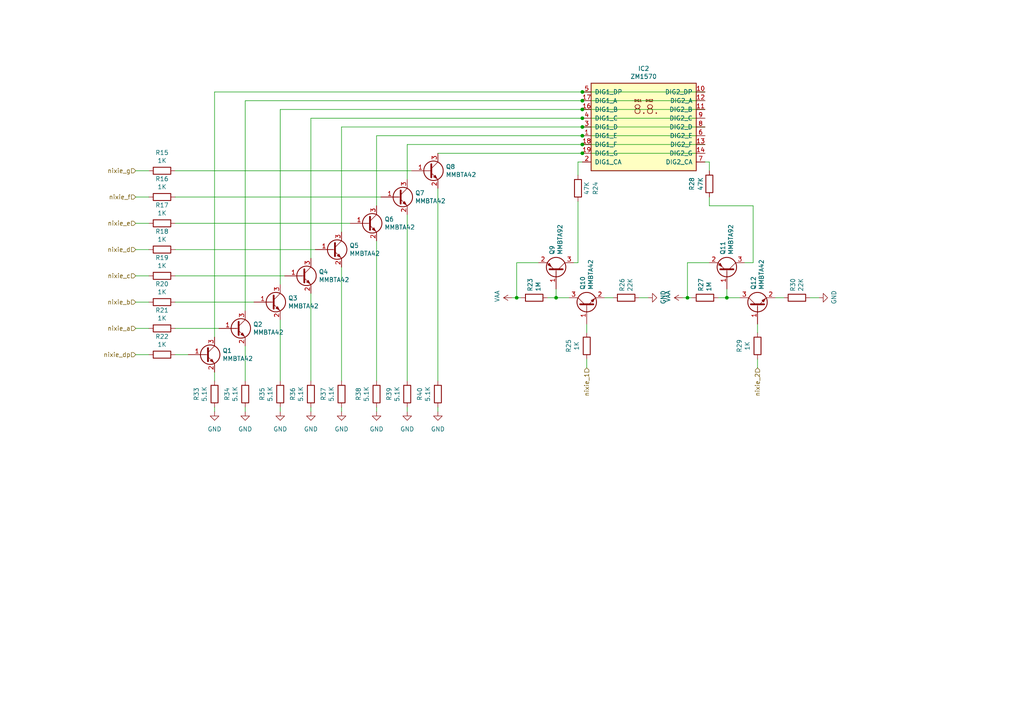
<source format=kicad_sch>
(kicad_sch (version 20211123) (generator eeschema)
  (paper "A4")
  (lib_symbols
    (symbol "Device:R" (pin_numbers hide) (pin_names (offset 0))
      (property "Reference" "R" (at 2.032 0 90))
      (property "Value" "R" (at 0 0 90))
      (symbol "R_0_1"
        (rectangle (start -1.016 -2.54) (end 1.016 2.54) (stroke (width 0.254)))
      )
      (symbol "R_1_1"
        (pin passive line (at 0 3.81 270) (length 1.27) (name "~") (number "1"))
        (pin passive line (at 0 -3.81 90) (length 1.27) (name "~") (number "2"))
      )
    )
    (symbol "Transistor_BJT:MMBTA42" (pin_names (offset 0) hide)
      (property "Reference" "Q" (at 5.08 1.905 0))
      (property "Value" "MMBTA42" (at 5.08 0 0))
      (symbol "MMBTA42_0_1"
        (polyline (pts (xy 0 0) (xy 0.635 0)))
        (polyline (pts (xy 0.635 0.635) (xy 2.54 2.54)))
        (polyline (pts (xy 0.635 -0.635) (xy 2.54 -2.54) (xy 2.54 -2.54)))
        (polyline (pts (xy 0.635 1.905) (xy 0.635 -1.905) (xy 0.635 -1.905)) (stroke (width 0.508)))
        (polyline (pts (xy 1.27 -1.778) (xy 1.778 -1.27) (xy 2.286 -2.286) (xy 1.27 -1.778) (xy 1.27 -1.778)) (fill (type outline)))
        (circle (center 1.27 0) (radius 2.8194) (stroke (width 0.254)))
      )
      (symbol "MMBTA42_1_1"
        (pin input line (at -5.08 0 0) (length 5.08) (name "B") (number "1"))
        (pin passive line (at 2.54 -5.08 90) (length 2.54) (name "E") (number "2"))
        (pin passive line (at 2.54 5.08 270) (length 2.54) (name "C") (number "3"))
      )
    )
    (symbol "Transistor_BJT:MMBTA92" (pin_names (offset 0) hide)
      (property "Reference" "Q" (at 5.08 1.905 0))
      (property "Value" "MMBTA92" (at 5.08 0 0))
      (symbol "MMBTA92_0_1"
        (polyline (pts (xy 0 0) (xy 0.635 0)))
        (polyline (pts (xy 2.54 -2.54) (xy 0.635 -0.635)))
        (polyline (pts (xy 2.54 2.54) (xy 0.635 0.635)))
        (polyline (pts (xy 0.635 1.905) (xy 0.635 -1.905) (xy 0.635 -1.905)) (stroke (width 0.508)) (fill (type outline)))
        (polyline (pts (xy 1.905 -2.413) (xy 2.413 -1.905) (xy 1.397 -1.397) (xy 1.905 -2.413) (xy 1.905 -2.413)) (fill (type outline)))
        (circle (center 1.27 0) (radius 2.8194) (stroke (width 0.254)))
      )
      (symbol "MMBTA92_1_1"
        (pin input line (at -5.08 0 0) (length 5.08) (name "B") (number "1"))
        (pin passive line (at 2.54 -5.08 90) (length 2.54) (name "E") (number "2"))
        (pin passive line (at 2.54 5.08 270) (length 2.54) (name "C") (number "3"))
      )
    )
    (symbol "power:GND" (power) (pin_names (offset 0))
      (property "Value" "GND" (at 0 -3.81 0))
      (symbol "GND_0_1"
        (polyline (pts (xy 0 0) (xy 0 -1.27) (xy 1.27 -1.27) (xy 0 -2.54) (xy -1.27 -1.27) (xy 0 -1.27)))
      )
      (symbol "GND_1_1"
        (pin power_in line (at 0 0 270) (length 0) hide (name "GND") (number "1"))
      )
    )
    (symbol "power:VAA" (power) (pin_names (offset 0))
      (property "Value" "VAA" (at 0 3.81 0))
      (symbol "VAA_0_1"
        (polyline (pts (xy -0.762 1.27) (xy 0 2.54)))
        (polyline (pts (xy 0 0) (xy 0 2.54)))
        (polyline (pts (xy 0 2.54) (xy 0.762 1.27)))
      )
      (symbol "VAA_1_1"
        (pin power_in line (at 0 0 90) (length 0) hide (name "VAA") (number "1"))
      )
    )
    (symbol "riklib:ZM1570" (pin_names (offset 1.016))
      (property "Reference" "IC" (at -12.7 -12.7 0))
      (property "Value" "ZM1570" (at -11.43 15.24 0))
      (symbol "ZM1570_1_1"
        (rectangle (start -15.24 13.97) (end 15.24 -11.43) (stroke (width 0.254)) (fill (type background)))
        (text "8.8." (at 0.635 6.35 0) (effects (font (size 2.54 2.54))))
        (text "DIG1" (at -1.651 8.89 0) (effects (font (size 0.635 0.635))))
        (text "DIG2" (at 1.651 8.89 0) (effects (font (size 0.635 0.635))))
        (pin input line (at -17.78 -1.27 0) (length 2.54) (name "DIG1_E") (number "1"))
        (pin input line (at 17.78 11.43 180) (length 2.54) (name "DIG2_DP") (number "10"))
        (pin input line (at 17.78 6.35 180) (length 2.54) (name "DIG2_B") (number "11"))
        (pin input line (at 17.78 8.89 180) (length 2.54) (name "DIG2_A") (number "12"))
        (pin input line (at 17.78 -3.81 180) (length 2.54) (name "DIG2_F") (number "13"))
        (pin input line (at 17.78 -6.35 180) (length 2.54) (name "DIG2_G") (number "14"))
        (pin input line (at -17.78 6.35 0) (length 2.54) (name "DIG1_B") (number "16"))
        (pin input line (at -17.78 8.89 0) (length 2.54) (name "DIG1_A") (number "17"))
        (pin input line (at -17.78 -3.81 0) (length 2.54) (name "DIG1_F") (number "18"))
        (pin input line (at -17.78 -6.35 0) (length 2.54) (name "DIG1_G") (number "19"))
        (pin input line (at -17.78 -8.89 0) (length 2.54) (name "DIG1_CA") (number "2"))
        (pin input line (at -17.78 1.27 0) (length 2.54) (name "DIG1_D") (number "3"))
        (pin input line (at -17.78 3.81 0) (length 2.54) (name "DIG1_C") (number "4"))
        (pin input line (at -17.78 11.43 0) (length 2.54) (name "DIG1_DP") (number "5"))
        (pin input line (at 17.78 -1.27 180) (length 2.54) (name "DIG2_E") (number "6"))
        (pin input line (at 17.78 -8.89 180) (length 2.54) (name "DIG2_CA") (number "7"))
        (pin input line (at 17.78 1.27 180) (length 2.54) (name "DIG2_D") (number "8"))
        (pin input line (at 17.78 3.81 180) (length 2.54) (name "DIG2_C") (number "9"))
      )
    )
  )
  (junction (at 199.39 86.36))
  (junction (at 168.91 36.83))
  (junction (at 168.91 41.91))
  (junction (at 168.91 34.29))
  (junction (at 210.82 86.36))
  (junction (at 168.91 39.37))
  (junction (at 161.29 86.36))
  (junction (at 168.91 26.67))
  (junction (at 168.91 29.21))
  (junction (at 168.91 31.75))
  (junction (at 149.86 86.36))
  (junction (at 168.91 44.45))
  (wire (pts (xy 81.28 118.11) (xy 81.28 119.38)))
  (wire (pts (xy 81.28 31.75) (xy 168.91 31.75)))
  (wire (pts (xy 118.11 118.11) (xy 118.11 119.38)))
  (wire (pts (xy 39.37 80.01) (xy 43.18 80.01)))
  (wire (pts (xy 99.06 67.31) (xy 99.06 36.83)))
  (wire (pts (xy 71.12 110.49) (xy 71.12 100.33)))
  (wire (pts (xy 90.17 74.93) (xy 90.17 34.29)))
  (wire (pts (xy 205.74 59.69) (xy 205.74 57.15)))
  (wire (pts (xy 198.12 86.36) (xy 199.39 86.36)))
  (wire (pts (xy 43.18 64.77) (xy 39.37 64.77)))
  (wire (pts (xy 199.39 86.36) (xy 200.66 86.36)))
  (wire (pts (xy 168.91 44.45) (xy 204.47 44.45)))
  (wire (pts (xy 161.29 86.36) (xy 165.1 86.36)))
  (wire (pts (xy 219.71 96.52) (xy 219.71 93.98)))
  (wire (pts (xy 43.18 102.87) (xy 39.37 102.87)))
  (wire (pts (xy 168.91 46.99) (xy 167.64 46.99)))
  (wire (pts (xy 91.44 72.39) (xy 50.8 72.39)))
  (wire (pts (xy 62.23 110.49) (xy 62.23 107.95)))
  (wire (pts (xy 82.55 80.01) (xy 50.8 80.01)))
  (wire (pts (xy 62.23 26.67) (xy 168.91 26.67)))
  (wire (pts (xy 62.23 26.67) (xy 62.23 97.79)))
  (wire (pts (xy 118.11 110.49) (xy 118.11 62.23)))
  (wire (pts (xy 168.91 31.75) (xy 204.47 31.75)))
  (wire (pts (xy 167.64 58.42) (xy 167.64 76.2)))
  (wire (pts (xy 50.8 57.15) (xy 110.49 57.15)))
  (wire (pts (xy 71.12 90.17) (xy 71.12 29.21)))
  (wire (pts (xy 170.18 106.68) (xy 170.18 104.14)))
  (wire (pts (xy 215.9 76.2) (xy 218.44 76.2)))
  (wire (pts (xy 71.12 29.21) (xy 168.91 29.21)))
  (wire (pts (xy 158.75 86.36) (xy 161.29 86.36)))
  (wire (pts (xy 99.06 36.83) (xy 168.91 36.83)))
  (wire (pts (xy 109.22 110.49) (xy 109.22 69.85)))
  (wire (pts (xy 208.28 86.36) (xy 210.82 86.36)))
  (wire (pts (xy 127 44.45) (xy 168.91 44.45)))
  (wire (pts (xy 127 118.11) (xy 127 119.38)))
  (wire (pts (xy 90.17 118.11) (xy 90.17 119.38)))
  (wire (pts (xy 109.22 118.11) (xy 109.22 119.38)))
  (wire (pts (xy 224.79 86.36) (xy 227.33 86.36)))
  (wire (pts (xy 204.47 46.99) (xy 205.74 46.99)))
  (wire (pts (xy 39.37 57.15) (xy 43.18 57.15)))
  (wire (pts (xy 199.39 76.2) (xy 199.39 86.36)))
  (wire (pts (xy 90.17 110.49) (xy 90.17 85.09)))
  (wire (pts (xy 168.91 34.29) (xy 204.47 34.29)))
  (wire (pts (xy 175.26 86.36) (xy 177.8 86.36)))
  (wire (pts (xy 81.28 110.49) (xy 81.28 92.71)))
  (wire (pts (xy 50.8 49.53) (xy 119.38 49.53)))
  (wire (pts (xy 168.91 39.37) (xy 204.47 39.37)))
  (wire (pts (xy 127 110.49) (xy 127 54.61)))
  (wire (pts (xy 161.29 83.82) (xy 161.29 86.36)))
  (wire (pts (xy 205.74 49.53) (xy 205.74 46.99)))
  (wire (pts (xy 218.44 59.69) (xy 205.74 59.69)))
  (wire (pts (xy 71.12 118.11) (xy 71.12 119.38)))
  (wire (pts (xy 39.37 49.53) (xy 43.18 49.53)))
  (wire (pts (xy 118.11 41.91) (xy 118.11 52.07)))
  (wire (pts (xy 43.18 87.63) (xy 39.37 87.63)))
  (wire (pts (xy 210.82 86.36) (xy 214.63 86.36)))
  (wire (pts (xy 90.17 34.29) (xy 168.91 34.29)))
  (wire (pts (xy 62.23 118.11) (xy 62.23 119.38)))
  (wire (pts (xy 43.18 72.39) (xy 39.37 72.39)))
  (wire (pts (xy 99.06 118.11) (xy 99.06 119.38)))
  (wire (pts (xy 99.06 110.49) (xy 99.06 77.47)))
  (wire (pts (xy 166.37 76.2) (xy 167.64 76.2)))
  (wire (pts (xy 149.86 86.36) (xy 151.13 86.36)))
  (wire (pts (xy 118.11 41.91) (xy 168.91 41.91)))
  (wire (pts (xy 170.18 96.52) (xy 170.18 93.98)))
  (wire (pts (xy 73.66 87.63) (xy 50.8 87.63)))
  (wire (pts (xy 39.37 95.25) (xy 43.18 95.25)))
  (wire (pts (xy 156.21 76.2) (xy 149.86 76.2)))
  (wire (pts (xy 168.91 29.21) (xy 204.47 29.21)))
  (wire (pts (xy 149.86 76.2) (xy 149.86 86.36)))
  (wire (pts (xy 109.22 39.37) (xy 109.22 59.69)))
  (wire (pts (xy 54.61 102.87) (xy 50.8 102.87)))
  (wire (pts (xy 167.64 50.8) (xy 167.64 46.99)))
  (wire (pts (xy 205.74 76.2) (xy 199.39 76.2)))
  (wire (pts (xy 204.47 41.91) (xy 168.91 41.91)))
  (wire (pts (xy 81.28 31.75) (xy 81.28 82.55)))
  (wire (pts (xy 63.5 95.25) (xy 50.8 95.25)))
  (wire (pts (xy 109.22 39.37) (xy 168.91 39.37)))
  (wire (pts (xy 101.6 64.77) (xy 50.8 64.77)))
  (wire (pts (xy 168.91 36.83) (xy 204.47 36.83)))
  (wire (pts (xy 187.96 86.36) (xy 185.42 86.36)))
  (wire (pts (xy 219.71 106.68) (xy 219.71 104.14)))
  (wire (pts (xy 210.82 83.82) (xy 210.82 86.36)))
  (wire (pts (xy 204.47 26.67) (xy 168.91 26.67)))
  (wire (pts (xy 237.49 86.36) (xy 234.95 86.36)))
  (wire (pts (xy 148.59 86.36) (xy 149.86 86.36)))
  (wire (pts (xy 218.44 76.2) (xy 218.44 59.69)))
  (hierarchical_label "nixie_e" (shape input) (at 39.37 64.77 180))
  (hierarchical_label "nixie_b" (shape input) (at 39.37 87.63 180))
  (hierarchical_label "nixie_c" (shape input) (at 39.37 80.01 180))
  (hierarchical_label "nixie_d" (shape input) (at 39.37 72.39 180))
  (hierarchical_label "nixie_1" (shape input) (at 170.18 106.68 270))
  (hierarchical_label "nixie_f" (shape input) (at 39.37 57.15 180))
  (hierarchical_label "nixie_a" (shape input) (at 39.37 95.25 180))
  (hierarchical_label "nixie_dp" (shape input) (at 39.37 102.87 180))
  (hierarchical_label "nixie_2" (shape input) (at 219.71 106.68 270))
  (hierarchical_label "nixie_g" (shape input) (at 39.37 49.53 180))
  (symbol (lib_id "riklib:ZM1570") (at 186.69 38.1 0) (unit 1)
    (property "Reference" "IC2" (at 186.69 19.8882 0))
    (property "Value" "ZM1570" (at 186.69 22.1996 0))
    (property "Footprint" "riklib:ZM1570" (effects hide))
  )
  (symbol (lib_id "Transistor_BJT:MMBTA42") (at 124.46 49.53 0) (unit 1)
    (property "Reference" "Q8" (at 129.286 48.3616 0) (effects (justify left)))
    (property "Value" "MMBTA42" (at 129.286 50.673 0) (effects (justify left)))
    (property "Footprint" "Package_TO_SOT_SMD:SOT-23" (effects hide))
    (property "Datasheet" "https://www.onsemi.com/pub/Collateral/MMBTA42LT1-D.PDF" (effects hide))
  )
  (symbol (lib_id "Device:R") (at 167.64 54.61 0) (unit 1)
    (property "Reference" "R24" (at 172.72 54.61 90))
    (property "Value" "47K" (at 170.18 54.61 90))
    (property "Footprint" "Resistor_SMD:R_0805_2012Metric_Pad1.15x1.40mm_HandSolder" (effects hide))
  )
  (symbol (lib_id "Device:R") (at 205.74 53.34 180) (unit 1)
    (property "Reference" "R28" (at 200.66 53.34 90))
    (property "Value" "47K" (at 203.2 53.34 90))
    (property "Footprint" "Resistor_SMD:R_0805_2012Metric_Pad1.15x1.40mm_HandSolder" (effects hide))
  )
  (symbol (lib_id "power:VAA") (at 148.59 86.36 90) (unit 1)
    (property "Reference" "#PWR049" (effects hide))
    (property "Value" "VAA" (at 144.1958 85.9282 0))
  )
  (symbol (lib_id "Transistor_BJT:MMBTA42") (at 115.57 57.15 0) (unit 1)
    (property "Reference" "Q7" (at 120.396 55.9816 0) (effects (justify left)))
    (property "Value" "MMBTA42" (at 120.396 58.293 0) (effects (justify left)))
    (property "Footprint" "Package_TO_SOT_SMD:SOT-23" (effects hide))
    (property "Datasheet" "https://www.onsemi.com/pub/Collateral/MMBTA42LT1-D.PDF" (effects hide))
  )
  (symbol (lib_id "Device:R") (at 46.99 57.15 270) (unit 1)
    (property "Reference" "R16" (at 46.99 51.8922 90))
    (property "Value" "1K" (at 46.99 54.2036 90))
    (property "Footprint" "Resistor_SMD:R_0603_1608Metric" (effects hide))
  )
  (symbol (lib_id "Transistor_BJT:MMBTA42") (at 106.68 64.77 0) (unit 1)
    (property "Reference" "Q6" (at 111.506 63.6016 0) (effects (justify left)))
    (property "Value" "MMBTA42" (at 111.506 65.913 0) (effects (justify left)))
    (property "Footprint" "Package_TO_SOT_SMD:SOT-23" (effects hide))
    (property "Datasheet" "https://www.onsemi.com/pub/Collateral/MMBTA42LT1-D.PDF" (effects hide))
  )
  (symbol (lib_id "Device:R") (at 46.99 64.77 270) (unit 1)
    (property "Reference" "R17" (at 46.99 59.5122 90))
    (property "Value" "1K" (at 46.99 61.8236 90))
    (property "Footprint" "Resistor_SMD:R_0603_1608Metric" (effects hide))
  )
  (symbol (lib_id "Device:R") (at 46.99 49.53 270) (unit 1)
    (property "Reference" "R15" (at 46.99 44.2722 90))
    (property "Value" "1K" (at 46.99 46.5836 90))
    (property "Footprint" "Resistor_SMD:R_0603_1608Metric" (effects hide))
  )
  (symbol (lib_id "Transistor_BJT:MMBTA42") (at 96.52 72.39 0) (unit 1)
    (property "Reference" "Q5" (at 101.346 71.2216 0) (effects (justify left)))
    (property "Value" "MMBTA42" (at 101.346 73.533 0) (effects (justify left)))
    (property "Footprint" "Package_TO_SOT_SMD:SOT-23" (effects hide))
    (property "Datasheet" "https://www.onsemi.com/pub/Collateral/MMBTA42LT1-D.PDF" (effects hide))
  )
  (symbol (lib_id "Transistor_BJT:MMBTA42") (at 87.63 80.01 0) (unit 1)
    (property "Reference" "Q4" (at 92.456 78.8416 0) (effects (justify left)))
    (property "Value" "MMBTA42" (at 92.456 81.153 0) (effects (justify left)))
    (property "Footprint" "Package_TO_SOT_SMD:SOT-23" (effects hide))
    (property "Datasheet" "https://www.onsemi.com/pub/Collateral/MMBTA42LT1-D.PDF" (effects hide))
  )
  (symbol (lib_id "Device:R") (at 46.99 80.01 270) (unit 1)
    (property "Reference" "R19" (at 46.99 74.7522 90))
    (property "Value" "1K" (at 46.99 77.0636 90))
    (property "Footprint" "Resistor_SMD:R_0603_1608Metric" (effects hide))
  )
  (symbol (lib_id "Transistor_BJT:MMBTA42") (at 78.74 87.63 0) (unit 1)
    (property "Reference" "Q3" (at 83.566 86.4616 0) (effects (justify left)))
    (property "Value" "MMBTA42" (at 83.566 88.773 0) (effects (justify left)))
    (property "Footprint" "Package_TO_SOT_SMD:SOT-23" (effects hide))
    (property "Datasheet" "https://www.onsemi.com/pub/Collateral/MMBTA42LT1-D.PDF" (effects hide))
  )
  (symbol (lib_id "Device:R") (at 46.99 87.63 270) (unit 1)
    (property "Reference" "R20" (at 46.99 82.3722 90))
    (property "Value" "1K" (at 46.99 84.6836 90))
    (property "Footprint" "Resistor_SMD:R_0603_1608Metric" (effects hide))
  )
  (symbol (lib_id "Device:R") (at 46.99 72.39 270) (unit 1)
    (property "Reference" "R18" (at 46.99 67.1322 90))
    (property "Value" "1K" (at 46.99 69.4436 90))
    (property "Footprint" "Resistor_SMD:R_0603_1608Metric" (effects hide))
  )
  (symbol (lib_id "Transistor_BJT:MMBTA42") (at 68.58 95.25 0) (unit 1)
    (property "Reference" "Q2" (at 73.406 94.0816 0) (effects (justify left)))
    (property "Value" "MMBTA42" (at 73.406 96.393 0) (effects (justify left)))
    (property "Footprint" "Package_TO_SOT_SMD:SOT-23" (effects hide))
    (property "Datasheet" "https://www.onsemi.com/pub/Collateral/MMBTA42LT1-D.PDF" (effects hide))
  )
  (symbol (lib_id "Device:R") (at 46.99 95.25 270) (unit 1)
    (property "Reference" "R21" (at 46.99 89.9922 90))
    (property "Value" "1K" (at 46.99 92.3036 90))
    (property "Footprint" "Resistor_SMD:R_0603_1608Metric" (effects hide))
  )
  (symbol (lib_id "Transistor_BJT:MMBTA42") (at 59.69 102.87 0) (unit 1)
    (property "Reference" "Q1" (at 64.516 101.7016 0) (effects (justify left)))
    (property "Value" "MMBTA42" (at 64.516 104.013 0) (effects (justify left)))
    (property "Footprint" "Package_TO_SOT_SMD:SOT-23" (effects hide))
    (property "Datasheet" "https://www.onsemi.com/pub/Collateral/MMBTA42LT1-D.PDF" (effects hide))
  )
  (symbol (lib_id "Device:R") (at 46.99 102.87 270) (unit 1)
    (property "Reference" "R22" (at 46.99 97.6122 90))
    (property "Value" "1K" (at 46.99 99.9236 90))
    (property "Footprint" "Resistor_SMD:R_0603_1608Metric" (effects hide))
  )
  (symbol (lib_id "Transistor_BJT:MMBTA92") (at 161.29 78.74 270) (mirror x) (unit 1)
    (property "Reference" "Q9" (at 160.1216 73.914 0) (effects (justify left)))
    (property "Value" "MMBTA92" (at 162.433 73.914 0) (effects (justify left)))
    (property "Footprint" "Package_TO_SOT_SMD:SOT-23" (effects hide))
    (property "Datasheet" "https://www.onsemi.com/pub/Collateral/MMBTA92LT1-D.PDF" (effects hide))
  )
  (symbol (lib_id "Transistor_BJT:MMBTA42") (at 170.18 88.9 90) (unit 1)
    (property "Reference" "Q10" (at 169.0116 84.074 0) (effects (justify left)))
    (property "Value" "MMBTA42" (at 171.323 84.074 0) (effects (justify left)))
    (property "Footprint" "Package_TO_SOT_SMD:SOT-23" (effects hide))
    (property "Datasheet" "https://www.onsemi.com/pub/Collateral/MMBTA42LT1-D.PDF" (effects hide))
  )
  (symbol (lib_id "Device:R") (at 181.61 86.36 270) (unit 1)
    (property "Reference" "R26" (at 180.4416 84.582 0) (effects (justify right)))
    (property "Value" "22K" (at 182.753 84.582 0) (effects (justify right)))
    (property "Footprint" "Resistor_SMD:R_0603_1608Metric" (effects hide))
  )
  (symbol (lib_id "Device:R") (at 154.94 86.36 270) (unit 1)
    (property "Reference" "R23" (at 153.7716 84.582 0) (effects (justify right)))
    (property "Value" "1M" (at 156.083 84.582 0) (effects (justify right)))
    (property "Footprint" "Resistor_SMD:R_0603_1608Metric" (effects hide))
  )
  (symbol (lib_id "power:GND") (at 187.96 86.36 90) (unit 1)
    (property "Reference" "#PWR051" (effects hide))
    (property "Value" "GND" (at 192.3542 86.233 0))
  )
  (symbol (lib_id "Device:R") (at 170.18 100.33 0) (unit 1)
    (property "Reference" "R25" (at 164.9222 100.33 90))
    (property "Value" "1K" (at 167.2336 100.33 90))
    (property "Footprint" "Resistor_SMD:R_0603_1608Metric" (effects hide))
  )
  (symbol (lib_id "power:VAA") (at 198.12 86.36 90) (unit 1)
    (property "Reference" "#PWR052" (effects hide))
    (property "Value" "VAA" (at 193.7258 85.9282 0))
  )
  (symbol (lib_id "Transistor_BJT:MMBTA92") (at 210.82 78.74 270) (mirror x) (unit 1)
    (property "Reference" "Q11" (at 209.6516 73.914 0) (effects (justify left)))
    (property "Value" "MMBTA92" (at 211.963 73.914 0) (effects (justify left)))
    (property "Footprint" "Package_TO_SOT_SMD:SOT-23" (effects hide))
    (property "Datasheet" "https://www.onsemi.com/pub/Collateral/MMBTA92LT1-D.PDF" (effects hide))
  )
  (symbol (lib_id "Transistor_BJT:MMBTA42") (at 219.71 88.9 90) (unit 1)
    (property "Reference" "Q12" (at 218.5416 84.074 0) (effects (justify left)))
    (property "Value" "MMBTA42" (at 220.853 84.074 0) (effects (justify left)))
    (property "Footprint" "Package_TO_SOT_SMD:SOT-23" (effects hide))
    (property "Datasheet" "https://www.onsemi.com/pub/Collateral/MMBTA42LT1-D.PDF" (effects hide))
  )
  (symbol (lib_id "Device:R") (at 231.14 86.36 270) (unit 1)
    (property "Reference" "R30" (at 229.9716 84.582 0) (effects (justify right)))
    (property "Value" "22K" (at 232.283 84.582 0) (effects (justify right)))
    (property "Footprint" "Resistor_SMD:R_0603_1608Metric" (effects hide))
  )
  (symbol (lib_id "Device:R") (at 204.47 86.36 270) (unit 1)
    (property "Reference" "R27" (at 203.3016 84.582 0) (effects (justify right)))
    (property "Value" "1M" (at 205.613 84.582 0) (effects (justify right)))
    (property "Footprint" "Resistor_SMD:R_0603_1608Metric" (effects hide))
  )
  (symbol (lib_id "power:GND") (at 237.49 86.36 90) (unit 1)
    (property "Reference" "#PWR053" (effects hide))
    (property "Value" "GND" (at 241.8842 86.233 0))
  )
  (symbol (lib_id "Device:R") (at 219.71 100.33 0) (unit 1)
    (property "Reference" "R29" (at 214.4522 100.33 90))
    (property "Value" "1K" (at 216.7636 100.33 90))
    (property "Footprint" "Resistor_SMD:R_0603_1608Metric" (effects hide))
  )
  (symbol (lib_id "Device:R") (at 90.17 114.3 0) (unit 1)
    (property "Reference" "R36" (at 84.9122 114.3 90))
    (property "Value" "5.1K" (at 87.2236 114.3 90))
    (property "Footprint" "Resistor_SMD:R_0603_1608Metric" (effects hide))
  )
  (symbol (lib_id "power:GND") (at 71.12 119.38 0) (unit 1)
    (property "Reference" "#PWR0112" (effects hide))
    (property "Value" "GND" (at 71.12 124.46 0))
  )
  (symbol (lib_id "Device:R") (at 81.28 114.3 0) (unit 1)
    (property "Reference" "R35" (at 76.0222 114.3 90))
    (property "Value" "5.1K" (at 78.3336 114.3 90))
    (property "Footprint" "Resistor_SMD:R_0603_1608Metric" (effects hide))
  )
  (symbol (lib_id "power:GND") (at 90.17 119.38 0) (unit 1)
    (property "Reference" "#PWR0113" (effects hide))
    (property "Value" "GND" (at 90.17 124.46 0))
  )
  (symbol (lib_id "Device:R") (at 99.06 114.3 0) (unit 1)
    (property "Reference" "R37" (at 93.8022 114.3 90))
    (property "Value" "5.1K" (at 96.1136 114.3 90))
    (property "Footprint" "Resistor_SMD:R_0603_1608Metric" (effects hide))
  )
  (symbol (lib_id "Device:R") (at 118.11 114.3 0) (unit 1)
    (property "Reference" "R39" (at 112.8522 114.3 90))
    (property "Value" "5.1K" (at 115.1636 114.3 90))
    (property "Footprint" "Resistor_SMD:R_0603_1608Metric" (effects hide))
  )
  (symbol (lib_id "Device:R") (at 71.12 114.3 0) (unit 1)
    (property "Reference" "R34" (at 65.8622 114.3 90))
    (property "Value" "5.1K" (at 68.1736 114.3 90))
    (property "Footprint" "Resistor_SMD:R_0603_1608Metric" (effects hide))
  )
  (symbol (lib_id "power:GND") (at 99.06 119.38 0) (unit 1)
    (property "Reference" "#PWR0114" (effects hide))
    (property "Value" "GND" (at 99.06 124.46 0))
  )
  (symbol (lib_id "power:GND") (at 127 119.38 0) (unit 1)
    (property "Reference" "#PWR0110" (effects hide))
    (property "Value" "GND" (at 127 124.46 0))
  )
  (symbol (lib_id "Device:R") (at 62.23 114.3 0) (unit 1)
    (property "Reference" "R33" (at 56.9722 114.3 90))
    (property "Value" "5.1K" (at 59.2836 114.3 90))
    (property "Footprint" "Resistor_SMD:R_0603_1608Metric" (effects hide))
  )
  (symbol (lib_id "power:GND") (at 109.22 119.38 0) (unit 1)
    (property "Reference" "#PWR0108" (effects hide))
    (property "Value" "GND" (at 109.22 124.46 0))
  )
  (symbol (lib_id "Device:R") (at 109.22 114.3 0) (unit 1)
    (property "Reference" "R38" (at 103.9622 114.3 90))
    (property "Value" "5.1K" (at 106.2736 114.3 90))
    (property "Footprint" "Resistor_SMD:R_0603_1608Metric" (effects hide))
  )
  (symbol (lib_id "power:GND") (at 81.28 119.38 0) (unit 1)
    (property "Reference" "#PWR0115" (effects hide))
    (property "Value" "GND" (at 81.28 124.46 0))
  )
  (symbol (lib_id "power:GND") (at 62.23 119.38 0) (unit 1)
    (property "Reference" "#PWR0111" (effects hide))
    (property "Value" "GND" (at 62.23 124.46 0))
  )
  (symbol (lib_id "Device:R") (at 127 114.3 0) (unit 1)
    (property "Reference" "R40" (at 121.7422 114.3 90))
    (property "Value" "5.1K" (at 124.0536 114.3 90))
    (property "Footprint" "Resistor_SMD:R_0603_1608Metric" (effects hide))
  )
  (symbol (lib_id "power:GND") (at 118.11 119.38 0) (unit 1)
    (property "Reference" "#PWR0109" (effects hide))
    (property "Value" "GND" (at 118.11 124.46 0))
  )
)
</source>
